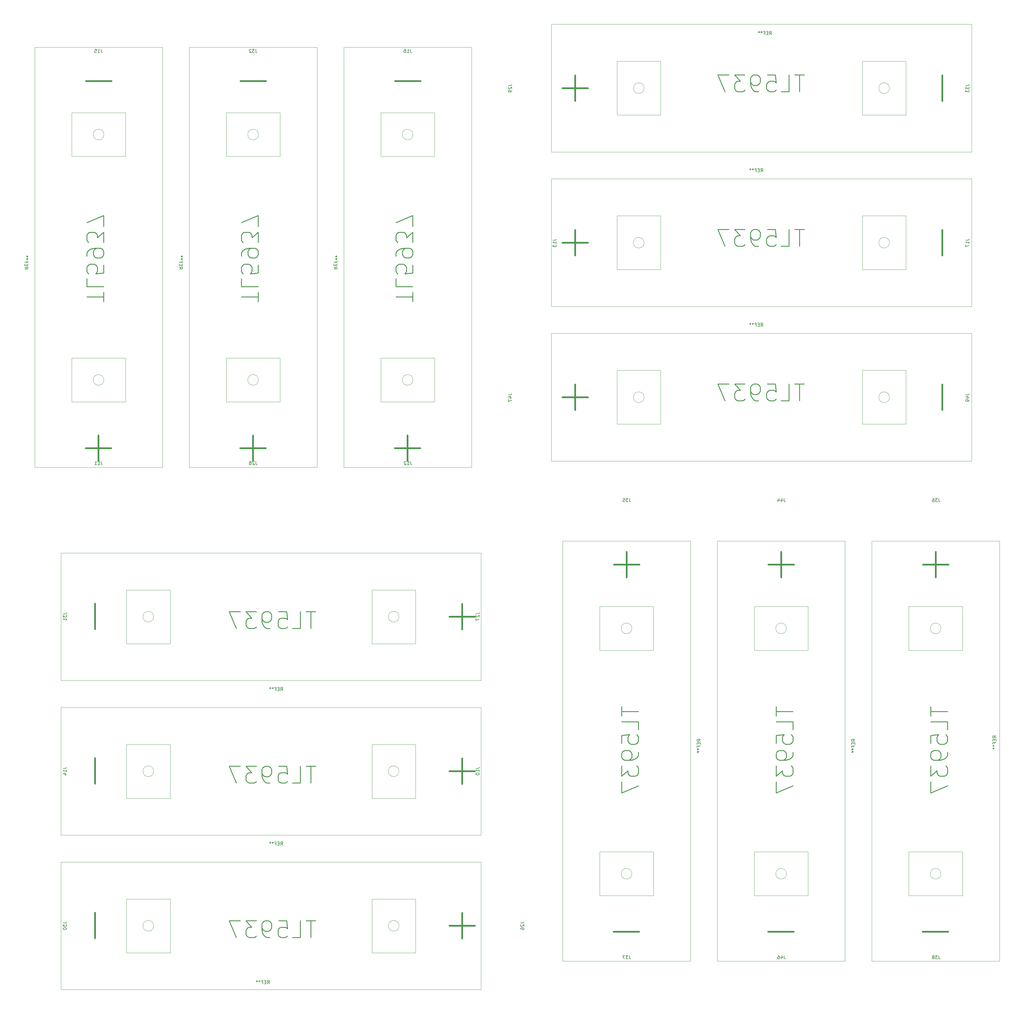
<source format=gbr>
G04 #@! TF.GenerationSoftware,KiCad,Pcbnew,5.1.4-e60b266~84~ubuntu18.04.1*
G04 #@! TF.CreationDate,2019-11-17T22:51:33-05:00*
G04 #@! TF.ProjectId,data_pod_battery_board,64617461-5f70-46f6-945f-626174746572,1*
G04 #@! TF.SameCoordinates,Original*
G04 #@! TF.FileFunction,Legend,Bot*
G04 #@! TF.FilePolarity,Positive*
%FSLAX46Y46*%
G04 Gerber Fmt 4.6, Leading zero omitted, Abs format (unit mm)*
G04 Created by KiCad (PCBNEW 5.1.4-e60b266~84~ubuntu18.04.1) date 2019-11-17 22:51:33*
%MOMM*%
%LPD*%
G04 APERTURE LIST*
%ADD10C,0.120000*%
%ADD11C,0.150000*%
%ADD12C,0.250000*%
%ADD13C,0.500000*%
G04 APERTURE END LIST*
D10*
X296069652Y-303269848D02*
X296069652Y-316269848D01*
X296069652Y-316269848D02*
X280069652Y-316269848D01*
X280069652Y-303269848D02*
X280069652Y-316269848D01*
X296069652Y-303269848D02*
X280069652Y-303269848D01*
X307069652Y-210769848D02*
X269069652Y-210769848D01*
X269069652Y-210769848D02*
X269069652Y-335769848D01*
X269069652Y-335769848D02*
X307069652Y-335769848D01*
X307069652Y-210769848D02*
X307069652Y-335769848D01*
X289657152Y-236769848D02*
G75*
G03X289657152Y-236769848I-1587500J0D01*
G01*
X289657152Y-309769848D02*
G75*
G03X289657152Y-309769848I-1587500J0D01*
G01*
X296069652Y-230269848D02*
X280069652Y-230269848D01*
X280069652Y-230269848D02*
X280069652Y-243269848D01*
X296069652Y-243269848D02*
X280069652Y-243269848D01*
X296069652Y-230269848D02*
X296069652Y-243269848D01*
X342043652Y-303269848D02*
X342043652Y-316269848D01*
X342043652Y-316269848D02*
X326043652Y-316269848D01*
X326043652Y-303269848D02*
X326043652Y-316269848D01*
X342043652Y-303269848D02*
X326043652Y-303269848D01*
X353043652Y-210769848D02*
X315043652Y-210769848D01*
X315043652Y-210769848D02*
X315043652Y-335769848D01*
X315043652Y-335769848D02*
X353043652Y-335769848D01*
X353043652Y-210769848D02*
X353043652Y-335769848D01*
X335631152Y-236769848D02*
G75*
G03X335631152Y-236769848I-1587500J0D01*
G01*
X335631152Y-309769848D02*
G75*
G03X335631152Y-309769848I-1587500J0D01*
G01*
X342043652Y-230269848D02*
X326043652Y-230269848D01*
X326043652Y-230269848D02*
X326043652Y-243269848D01*
X342043652Y-243269848D02*
X326043652Y-243269848D01*
X342043652Y-230269848D02*
X342043652Y-243269848D01*
X388017652Y-230269848D02*
X388017652Y-243269848D01*
X388017652Y-243269848D02*
X372017652Y-243269848D01*
X372017652Y-230269848D02*
X372017652Y-243269848D01*
X388017652Y-230269848D02*
X372017652Y-230269848D01*
X381605152Y-309769848D02*
G75*
G03X381605152Y-309769848I-1587500J0D01*
G01*
X381605152Y-236769848D02*
G75*
G03X381605152Y-236769848I-1587500J0D01*
G01*
X399017652Y-210769848D02*
X399017652Y-335769848D01*
X361017652Y-335769848D02*
X399017652Y-335769848D01*
X361017652Y-210769848D02*
X361017652Y-335769848D01*
X399017652Y-210769848D02*
X361017652Y-210769848D01*
X388017652Y-303269848D02*
X372017652Y-303269848D01*
X372017652Y-303269848D02*
X372017652Y-316269848D01*
X388017652Y-316269848D02*
X372017652Y-316269848D01*
X388017652Y-303269848D02*
X388017652Y-316269848D01*
X152295652Y-241299848D02*
X139295652Y-241299848D01*
X139295652Y-241299848D02*
X139295652Y-225299848D01*
X152295652Y-225299848D02*
X139295652Y-225299848D01*
X152295652Y-241299848D02*
X152295652Y-225299848D01*
X244795652Y-252299848D02*
X244795652Y-214299848D01*
X244795652Y-214299848D02*
X119795652Y-214299848D01*
X119795652Y-214299848D02*
X119795652Y-252299848D01*
X244795652Y-252299848D02*
X119795652Y-252299848D01*
X220383152Y-233299848D02*
G75*
G03X220383152Y-233299848I-1587500J0D01*
G01*
X147383152Y-233299848D02*
G75*
G03X147383152Y-233299848I-1587500J0D01*
G01*
X225295652Y-241299848D02*
X225295652Y-225299848D01*
X225295652Y-225299848D02*
X212295652Y-225299848D01*
X212295652Y-241299848D02*
X212295652Y-225299848D01*
X225295652Y-241299848D02*
X212295652Y-241299848D01*
X152295652Y-287273848D02*
X139295652Y-287273848D01*
X139295652Y-287273848D02*
X139295652Y-271273848D01*
X152295652Y-271273848D02*
X139295652Y-271273848D01*
X152295652Y-287273848D02*
X152295652Y-271273848D01*
X244795652Y-298273848D02*
X244795652Y-260273848D01*
X244795652Y-260273848D02*
X119795652Y-260273848D01*
X119795652Y-260273848D02*
X119795652Y-298273848D01*
X244795652Y-298273848D02*
X119795652Y-298273848D01*
X220383152Y-279273848D02*
G75*
G03X220383152Y-279273848I-1587500J0D01*
G01*
X147383152Y-279273848D02*
G75*
G03X147383152Y-279273848I-1587500J0D01*
G01*
X225295652Y-287273848D02*
X225295652Y-271273848D01*
X225295652Y-271273848D02*
X212295652Y-271273848D01*
X212295652Y-287273848D02*
X212295652Y-271273848D01*
X225295652Y-287273848D02*
X212295652Y-287273848D01*
X225295652Y-333247848D02*
X212295652Y-333247848D01*
X212295652Y-333247848D02*
X212295652Y-317247848D01*
X225295652Y-317247848D02*
X212295652Y-317247848D01*
X225295652Y-333247848D02*
X225295652Y-317247848D01*
X147383152Y-325247848D02*
G75*
G03X147383152Y-325247848I-1587500J0D01*
G01*
X220383152Y-325247848D02*
G75*
G03X220383152Y-325247848I-1587500J0D01*
G01*
X244795652Y-344247848D02*
X119795652Y-344247848D01*
X119795652Y-306247848D02*
X119795652Y-344247848D01*
X244795652Y-306247848D02*
X119795652Y-306247848D01*
X244795652Y-344247848D02*
X244795652Y-306247848D01*
X152295652Y-333247848D02*
X152295652Y-317247848D01*
X152295652Y-317247848D02*
X139295652Y-317247848D01*
X139295652Y-333247848D02*
X139295652Y-317247848D01*
X152295652Y-333247848D02*
X139295652Y-333247848D01*
X358195652Y-159995848D02*
X371195652Y-159995848D01*
X371195652Y-159995848D02*
X371195652Y-175995848D01*
X358195652Y-175995848D02*
X371195652Y-175995848D01*
X358195652Y-159995848D02*
X358195652Y-175995848D01*
X265695652Y-148995848D02*
X265695652Y-186995848D01*
X265695652Y-186995848D02*
X390695652Y-186995848D01*
X390695652Y-186995848D02*
X390695652Y-148995848D01*
X265695652Y-148995848D02*
X390695652Y-148995848D01*
X293283152Y-167995848D02*
G75*
G03X293283152Y-167995848I-1587500J0D01*
G01*
X366283152Y-167995848D02*
G75*
G03X366283152Y-167995848I-1587500J0D01*
G01*
X285195652Y-159995848D02*
X285195652Y-175995848D01*
X285195652Y-175995848D02*
X298195652Y-175995848D01*
X298195652Y-159995848D02*
X298195652Y-175995848D01*
X285195652Y-159995848D02*
X298195652Y-159995848D01*
X358195652Y-114021848D02*
X371195652Y-114021848D01*
X371195652Y-114021848D02*
X371195652Y-130021848D01*
X358195652Y-130021848D02*
X371195652Y-130021848D01*
X358195652Y-114021848D02*
X358195652Y-130021848D01*
X265695652Y-103021848D02*
X265695652Y-141021848D01*
X265695652Y-141021848D02*
X390695652Y-141021848D01*
X390695652Y-141021848D02*
X390695652Y-103021848D01*
X265695652Y-103021848D02*
X390695652Y-103021848D01*
X293283152Y-122021848D02*
G75*
G03X293283152Y-122021848I-1587500J0D01*
G01*
X366283152Y-122021848D02*
G75*
G03X366283152Y-122021848I-1587500J0D01*
G01*
X285195652Y-114021848D02*
X285195652Y-130021848D01*
X285195652Y-130021848D02*
X298195652Y-130021848D01*
X298195652Y-114021848D02*
X298195652Y-130021848D01*
X285195652Y-114021848D02*
X298195652Y-114021848D01*
X285195652Y-68047848D02*
X298195652Y-68047848D01*
X298195652Y-68047848D02*
X298195652Y-84047848D01*
X285195652Y-84047848D02*
X298195652Y-84047848D01*
X285195652Y-68047848D02*
X285195652Y-84047848D01*
X366283152Y-76047848D02*
G75*
G03X366283152Y-76047848I-1587500J0D01*
G01*
X293283152Y-76047848D02*
G75*
G03X293283152Y-76047848I-1587500J0D01*
G01*
X265695652Y-57047848D02*
X390695652Y-57047848D01*
X390695652Y-95047848D02*
X390695652Y-57047848D01*
X265695652Y-95047848D02*
X390695652Y-95047848D01*
X265695652Y-57047848D02*
X265695652Y-95047848D01*
X358195652Y-68047848D02*
X358195652Y-84047848D01*
X358195652Y-84047848D02*
X371195652Y-84047848D01*
X371195652Y-68047848D02*
X371195652Y-84047848D01*
X358195652Y-68047848D02*
X371195652Y-68047848D01*
X214943652Y-96347848D02*
X214943652Y-83347848D01*
X214943652Y-83347848D02*
X230943652Y-83347848D01*
X230943652Y-96347848D02*
X230943652Y-83347848D01*
X214943652Y-96347848D02*
X230943652Y-96347848D01*
X203943652Y-188847848D02*
X241943652Y-188847848D01*
X241943652Y-188847848D02*
X241943652Y-63847848D01*
X241943652Y-63847848D02*
X203943652Y-63847848D01*
X203943652Y-188847848D02*
X203943652Y-63847848D01*
X224531152Y-162847848D02*
G75*
G03X224531152Y-162847848I-1587500J0D01*
G01*
X224531152Y-89847848D02*
G75*
G03X224531152Y-89847848I-1587500J0D01*
G01*
X214943652Y-169347848D02*
X230943652Y-169347848D01*
X230943652Y-169347848D02*
X230943652Y-156347848D01*
X214943652Y-156347848D02*
X230943652Y-156347848D01*
X214943652Y-169347848D02*
X214943652Y-156347848D01*
X168969652Y-96347848D02*
X168969652Y-83347848D01*
X168969652Y-83347848D02*
X184969652Y-83347848D01*
X184969652Y-96347848D02*
X184969652Y-83347848D01*
X168969652Y-96347848D02*
X184969652Y-96347848D01*
X157969652Y-188847848D02*
X195969652Y-188847848D01*
X195969652Y-188847848D02*
X195969652Y-63847848D01*
X195969652Y-63847848D02*
X157969652Y-63847848D01*
X157969652Y-188847848D02*
X157969652Y-63847848D01*
X178557152Y-162847848D02*
G75*
G03X178557152Y-162847848I-1587500J0D01*
G01*
X178557152Y-89847848D02*
G75*
G03X178557152Y-89847848I-1587500J0D01*
G01*
X168969652Y-169347848D02*
X184969652Y-169347848D01*
X184969652Y-169347848D02*
X184969652Y-156347848D01*
X168969652Y-156347848D02*
X184969652Y-156347848D01*
X168969652Y-169347848D02*
X168969652Y-156347848D01*
X122995652Y-169347848D02*
X122995652Y-156347848D01*
X122995652Y-156347848D02*
X138995652Y-156347848D01*
X138995652Y-169347848D02*
X138995652Y-156347848D01*
X122995652Y-169347848D02*
X138995652Y-169347848D01*
X132583152Y-89847848D02*
G75*
G03X132583152Y-89847848I-1587500J0D01*
G01*
X132583152Y-162847848D02*
G75*
G03X132583152Y-162847848I-1587500J0D01*
G01*
X111995652Y-188847848D02*
X111995652Y-63847848D01*
X149995652Y-63847848D02*
X111995652Y-63847848D01*
X149995652Y-188847848D02*
X149995652Y-63847848D01*
X111995652Y-188847848D02*
X149995652Y-188847848D01*
X122995652Y-96347848D02*
X138995652Y-96347848D01*
X138995652Y-96347848D02*
X138995652Y-83347848D01*
X122995652Y-83347848D02*
X138995652Y-83347848D01*
X122995652Y-96347848D02*
X122995652Y-83347848D01*
D11*
X388980532Y-167268324D02*
X389694818Y-167268324D01*
X389837675Y-167220705D01*
X389932913Y-167125467D01*
X389980532Y-166982609D01*
X389980532Y-166887371D01*
X389313866Y-168173086D02*
X389980532Y-168173086D01*
X388932913Y-167934990D02*
X389647199Y-167696895D01*
X389647199Y-168315943D01*
X389980532Y-168744514D02*
X389980532Y-168934990D01*
X389932913Y-169030228D01*
X389885294Y-169077848D01*
X389742437Y-169173086D01*
X389551961Y-169220705D01*
X389171009Y-169220705D01*
X389075771Y-169173086D01*
X389028152Y-169125467D01*
X388980532Y-169030228D01*
X388980532Y-168839752D01*
X389028152Y-168744514D01*
X389075771Y-168696895D01*
X389171009Y-168649276D01*
X389409104Y-168649276D01*
X389504342Y-168696895D01*
X389551961Y-168744514D01*
X389599580Y-168839752D01*
X389599580Y-169030228D01*
X389551961Y-169125467D01*
X389504342Y-169173086D01*
X389409104Y-169220705D01*
X252870532Y-167268324D02*
X253584818Y-167268324D01*
X253727675Y-167220705D01*
X253822913Y-167125467D01*
X253870532Y-166982609D01*
X253870532Y-166887371D01*
X253203866Y-168173086D02*
X253870532Y-168173086D01*
X252822913Y-167934990D02*
X253537199Y-167696895D01*
X253537199Y-168315943D01*
X252870532Y-168601657D02*
X252870532Y-169268324D01*
X253870532Y-168839752D01*
X334950175Y-334100228D02*
X334950175Y-334814514D01*
X334997794Y-334957371D01*
X335093032Y-335052609D01*
X335235890Y-335100228D01*
X335331128Y-335100228D01*
X334045413Y-334433562D02*
X334045413Y-335100228D01*
X334283509Y-334052609D02*
X334521604Y-334766895D01*
X333902556Y-334766895D01*
X333093032Y-334100228D02*
X333283509Y-334100228D01*
X333378747Y-334147848D01*
X333426366Y-334195467D01*
X333521604Y-334338324D01*
X333569223Y-334528800D01*
X333569223Y-334909752D01*
X333521604Y-335004990D01*
X333473985Y-335052609D01*
X333378747Y-335100228D01*
X333188271Y-335100228D01*
X333093032Y-335052609D01*
X333045413Y-335004990D01*
X332997794Y-334909752D01*
X332997794Y-334671657D01*
X333045413Y-334576419D01*
X333093032Y-334528800D01*
X333188271Y-334481181D01*
X333378747Y-334481181D01*
X333473985Y-334528800D01*
X333521604Y-334576419D01*
X333569223Y-334671657D01*
X334950175Y-198100228D02*
X334950175Y-198814514D01*
X334997794Y-198957371D01*
X335093032Y-199052609D01*
X335235890Y-199100228D01*
X335331128Y-199100228D01*
X334045413Y-198433562D02*
X334045413Y-199100228D01*
X334283509Y-198052609D02*
X334521604Y-198766895D01*
X333902556Y-198766895D01*
X333093032Y-198433562D02*
X333093032Y-199100228D01*
X333331128Y-198052609D02*
X333569223Y-198766895D01*
X332950175Y-198766895D01*
X380955175Y-334100228D02*
X380955175Y-334814514D01*
X381002794Y-334957371D01*
X381098032Y-335052609D01*
X381240890Y-335100228D01*
X381336128Y-335100228D01*
X380574223Y-334100228D02*
X379955175Y-334100228D01*
X380288509Y-334481181D01*
X380145652Y-334481181D01*
X380050413Y-334528800D01*
X380002794Y-334576419D01*
X379955175Y-334671657D01*
X379955175Y-334909752D01*
X380002794Y-335004990D01*
X380050413Y-335052609D01*
X380145652Y-335100228D01*
X380431366Y-335100228D01*
X380526604Y-335052609D01*
X380574223Y-335004990D01*
X379383747Y-334528800D02*
X379478985Y-334481181D01*
X379526604Y-334433562D01*
X379574223Y-334338324D01*
X379574223Y-334290705D01*
X379526604Y-334195467D01*
X379478985Y-334147848D01*
X379383747Y-334100228D01*
X379193271Y-334100228D01*
X379098032Y-334147848D01*
X379050413Y-334195467D01*
X379002794Y-334290705D01*
X379002794Y-334338324D01*
X379050413Y-334433562D01*
X379098032Y-334481181D01*
X379193271Y-334528800D01*
X379383747Y-334528800D01*
X379478985Y-334576419D01*
X379526604Y-334624038D01*
X379574223Y-334719276D01*
X379574223Y-334909752D01*
X379526604Y-335004990D01*
X379478985Y-335052609D01*
X379383747Y-335100228D01*
X379193271Y-335100228D01*
X379098032Y-335052609D01*
X379050413Y-335004990D01*
X379002794Y-334909752D01*
X379002794Y-334719276D01*
X379050413Y-334624038D01*
X379098032Y-334576419D01*
X379193271Y-334528800D01*
X288945175Y-334100228D02*
X288945175Y-334814514D01*
X288992794Y-334957371D01*
X289088032Y-335052609D01*
X289230890Y-335100228D01*
X289326128Y-335100228D01*
X288564223Y-334100228D02*
X287945175Y-334100228D01*
X288278509Y-334481181D01*
X288135652Y-334481181D01*
X288040413Y-334528800D01*
X287992794Y-334576419D01*
X287945175Y-334671657D01*
X287945175Y-334909752D01*
X287992794Y-335004990D01*
X288040413Y-335052609D01*
X288135652Y-335100228D01*
X288421366Y-335100228D01*
X288516604Y-335052609D01*
X288564223Y-335004990D01*
X287611842Y-334100228D02*
X286945175Y-334100228D01*
X287373747Y-335100228D01*
X380955175Y-198100228D02*
X380955175Y-198814514D01*
X381002794Y-198957371D01*
X381098032Y-199052609D01*
X381240890Y-199100228D01*
X381336128Y-199100228D01*
X380574223Y-198100228D02*
X379955175Y-198100228D01*
X380288509Y-198481181D01*
X380145652Y-198481181D01*
X380050413Y-198528800D01*
X380002794Y-198576419D01*
X379955175Y-198671657D01*
X379955175Y-198909752D01*
X380002794Y-199004990D01*
X380050413Y-199052609D01*
X380145652Y-199100228D01*
X380431366Y-199100228D01*
X380526604Y-199052609D01*
X380574223Y-199004990D01*
X379098032Y-198100228D02*
X379288509Y-198100228D01*
X379383747Y-198147848D01*
X379431366Y-198195467D01*
X379526604Y-198338324D01*
X379574223Y-198528800D01*
X379574223Y-198909752D01*
X379526604Y-199004990D01*
X379478985Y-199052609D01*
X379383747Y-199100228D01*
X379193271Y-199100228D01*
X379098032Y-199052609D01*
X379050413Y-199004990D01*
X379002794Y-198909752D01*
X379002794Y-198671657D01*
X379050413Y-198576419D01*
X379098032Y-198528800D01*
X379193271Y-198481181D01*
X379383747Y-198481181D01*
X379478985Y-198528800D01*
X379526604Y-198576419D01*
X379574223Y-198671657D01*
X288945175Y-198100228D02*
X288945175Y-198814514D01*
X288992794Y-198957371D01*
X289088032Y-199052609D01*
X289230890Y-199100228D01*
X289326128Y-199100228D01*
X288564223Y-198100228D02*
X287945175Y-198100228D01*
X288278509Y-198481181D01*
X288135652Y-198481181D01*
X288040413Y-198528800D01*
X287992794Y-198576419D01*
X287945175Y-198671657D01*
X287945175Y-198909752D01*
X287992794Y-199004990D01*
X288040413Y-199052609D01*
X288135652Y-199100228D01*
X288421366Y-199100228D01*
X288516604Y-199052609D01*
X288564223Y-199004990D01*
X287040413Y-198100228D02*
X287516604Y-198100228D01*
X287564223Y-198576419D01*
X287516604Y-198528800D01*
X287421366Y-198481181D01*
X287183271Y-198481181D01*
X287088032Y-198528800D01*
X287040413Y-198576419D01*
X286992794Y-198671657D01*
X286992794Y-198909752D01*
X287040413Y-199004990D01*
X287088032Y-199052609D01*
X287183271Y-199100228D01*
X287421366Y-199100228D01*
X287516604Y-199052609D01*
X287564223Y-199004990D01*
X310062032Y-270396514D02*
X309585842Y-270063181D01*
X310062032Y-269825086D02*
X309062032Y-269825086D01*
X309062032Y-270206038D01*
X309109652Y-270301276D01*
X309157271Y-270348895D01*
X309252509Y-270396514D01*
X309395366Y-270396514D01*
X309490604Y-270348895D01*
X309538223Y-270301276D01*
X309585842Y-270206038D01*
X309585842Y-269825086D01*
X309538223Y-270825086D02*
X309538223Y-271158419D01*
X310062032Y-271301276D02*
X310062032Y-270825086D01*
X309062032Y-270825086D01*
X309062032Y-271301276D01*
X309538223Y-272063181D02*
X309538223Y-271729848D01*
X310062032Y-271729848D02*
X309062032Y-271729848D01*
X309062032Y-272206038D01*
X309062032Y-272729848D02*
X309300128Y-272729848D01*
X309204890Y-272491752D02*
X309300128Y-272729848D01*
X309204890Y-272967943D01*
X309490604Y-272586990D02*
X309300128Y-272729848D01*
X309490604Y-272872705D01*
X309062032Y-273491752D02*
X309300128Y-273491752D01*
X309204890Y-273253657D02*
X309300128Y-273491752D01*
X309204890Y-273729848D01*
X309490604Y-273348895D02*
X309300128Y-273491752D01*
X309490604Y-273634609D01*
D12*
X286551556Y-260023657D02*
X286551556Y-262880800D01*
X291551556Y-261452228D02*
X286551556Y-261452228D01*
X291551556Y-266928419D02*
X291551556Y-264547467D01*
X286551556Y-264547467D01*
X286551556Y-270976038D02*
X286551556Y-268595086D01*
X288932509Y-268356990D01*
X288694413Y-268595086D01*
X288456318Y-269071276D01*
X288456318Y-270261752D01*
X288694413Y-270737943D01*
X288932509Y-270976038D01*
X289408699Y-271214133D01*
X290599175Y-271214133D01*
X291075366Y-270976038D01*
X291313461Y-270737943D01*
X291551556Y-270261752D01*
X291551556Y-269071276D01*
X291313461Y-268595086D01*
X291075366Y-268356990D01*
X291551556Y-273595086D02*
X291551556Y-274547467D01*
X291313461Y-275023657D01*
X291075366Y-275261752D01*
X290361080Y-275737943D01*
X289408699Y-275976038D01*
X287503937Y-275976038D01*
X287027747Y-275737943D01*
X286789652Y-275499848D01*
X286551556Y-275023657D01*
X286551556Y-274071276D01*
X286789652Y-273595086D01*
X287027747Y-273356990D01*
X287503937Y-273118895D01*
X288694413Y-273118895D01*
X289170604Y-273356990D01*
X289408699Y-273595086D01*
X289646794Y-274071276D01*
X289646794Y-275023657D01*
X289408699Y-275499848D01*
X289170604Y-275737943D01*
X288694413Y-275976038D01*
X286551556Y-277642705D02*
X286551556Y-280737943D01*
X288456318Y-279071276D01*
X288456318Y-279785562D01*
X288694413Y-280261752D01*
X288932509Y-280499848D01*
X289408699Y-280737943D01*
X290599175Y-280737943D01*
X291075366Y-280499848D01*
X291313461Y-280261752D01*
X291551556Y-279785562D01*
X291551556Y-278356990D01*
X291313461Y-277880800D01*
X291075366Y-277642705D01*
X286551556Y-282404609D02*
X286551556Y-285737943D01*
X291551556Y-283595086D01*
D13*
X291829175Y-327054133D02*
X284210128Y-327054133D01*
X291879175Y-217834133D02*
X284260128Y-217834133D01*
X288069652Y-221643657D02*
X288069652Y-214024609D01*
D11*
X356036032Y-270396514D02*
X355559842Y-270063181D01*
X356036032Y-269825086D02*
X355036032Y-269825086D01*
X355036032Y-270206038D01*
X355083652Y-270301276D01*
X355131271Y-270348895D01*
X355226509Y-270396514D01*
X355369366Y-270396514D01*
X355464604Y-270348895D01*
X355512223Y-270301276D01*
X355559842Y-270206038D01*
X355559842Y-269825086D01*
X355512223Y-270825086D02*
X355512223Y-271158419D01*
X356036032Y-271301276D02*
X356036032Y-270825086D01*
X355036032Y-270825086D01*
X355036032Y-271301276D01*
X355512223Y-272063181D02*
X355512223Y-271729848D01*
X356036032Y-271729848D02*
X355036032Y-271729848D01*
X355036032Y-272206038D01*
X355036032Y-272729848D02*
X355274128Y-272729848D01*
X355178890Y-272491752D02*
X355274128Y-272729848D01*
X355178890Y-272967943D01*
X355464604Y-272586990D02*
X355274128Y-272729848D01*
X355464604Y-272872705D01*
X355036032Y-273491752D02*
X355274128Y-273491752D01*
X355178890Y-273253657D02*
X355274128Y-273491752D01*
X355178890Y-273729848D01*
X355464604Y-273348895D02*
X355274128Y-273491752D01*
X355464604Y-273634609D01*
D12*
X332525556Y-260023657D02*
X332525556Y-262880800D01*
X337525556Y-261452228D02*
X332525556Y-261452228D01*
X337525556Y-266928419D02*
X337525556Y-264547467D01*
X332525556Y-264547467D01*
X332525556Y-270976038D02*
X332525556Y-268595086D01*
X334906509Y-268356990D01*
X334668413Y-268595086D01*
X334430318Y-269071276D01*
X334430318Y-270261752D01*
X334668413Y-270737943D01*
X334906509Y-270976038D01*
X335382699Y-271214133D01*
X336573175Y-271214133D01*
X337049366Y-270976038D01*
X337287461Y-270737943D01*
X337525556Y-270261752D01*
X337525556Y-269071276D01*
X337287461Y-268595086D01*
X337049366Y-268356990D01*
X337525556Y-273595086D02*
X337525556Y-274547467D01*
X337287461Y-275023657D01*
X337049366Y-275261752D01*
X336335080Y-275737943D01*
X335382699Y-275976038D01*
X333477937Y-275976038D01*
X333001747Y-275737943D01*
X332763652Y-275499848D01*
X332525556Y-275023657D01*
X332525556Y-274071276D01*
X332763652Y-273595086D01*
X333001747Y-273356990D01*
X333477937Y-273118895D01*
X334668413Y-273118895D01*
X335144604Y-273356990D01*
X335382699Y-273595086D01*
X335620794Y-274071276D01*
X335620794Y-275023657D01*
X335382699Y-275499848D01*
X335144604Y-275737943D01*
X334668413Y-275976038D01*
X332525556Y-277642705D02*
X332525556Y-280737943D01*
X334430318Y-279071276D01*
X334430318Y-279785562D01*
X334668413Y-280261752D01*
X334906509Y-280499848D01*
X335382699Y-280737943D01*
X336573175Y-280737943D01*
X337049366Y-280499848D01*
X337287461Y-280261752D01*
X337525556Y-279785562D01*
X337525556Y-278356990D01*
X337287461Y-277880800D01*
X337049366Y-277642705D01*
X332525556Y-282404609D02*
X332525556Y-285737943D01*
X337525556Y-283595086D01*
D13*
X337803175Y-327054133D02*
X330184128Y-327054133D01*
X337853175Y-217834133D02*
X330234128Y-217834133D01*
X334043652Y-221643657D02*
X334043652Y-214024609D01*
D11*
X397986478Y-269355838D02*
X397510288Y-269022505D01*
X397986478Y-268784410D02*
X396986478Y-268784410D01*
X396986478Y-269165362D01*
X397034098Y-269260600D01*
X397081717Y-269308219D01*
X397176955Y-269355838D01*
X397319812Y-269355838D01*
X397415050Y-269308219D01*
X397462669Y-269260600D01*
X397510288Y-269165362D01*
X397510288Y-268784410D01*
X397462669Y-269784410D02*
X397462669Y-270117743D01*
X397986478Y-270260600D02*
X397986478Y-269784410D01*
X396986478Y-269784410D01*
X396986478Y-270260600D01*
X397462669Y-271022505D02*
X397462669Y-270689172D01*
X397986478Y-270689172D02*
X396986478Y-270689172D01*
X396986478Y-271165362D01*
X396986478Y-271689172D02*
X397224574Y-271689172D01*
X397129336Y-271451076D02*
X397224574Y-271689172D01*
X397129336Y-271927267D01*
X397415050Y-271546314D02*
X397224574Y-271689172D01*
X397415050Y-271832029D01*
X396986478Y-272451076D02*
X397224574Y-272451076D01*
X397129336Y-272212981D02*
X397224574Y-272451076D01*
X397129336Y-272689172D01*
X397415050Y-272308219D02*
X397224574Y-272451076D01*
X397415050Y-272593933D01*
D12*
X378499556Y-260023657D02*
X378499556Y-262880800D01*
X383499556Y-261452228D02*
X378499556Y-261452228D01*
X383499556Y-266928419D02*
X383499556Y-264547467D01*
X378499556Y-264547467D01*
X378499556Y-270976038D02*
X378499556Y-268595086D01*
X380880509Y-268356990D01*
X380642413Y-268595086D01*
X380404318Y-269071276D01*
X380404318Y-270261752D01*
X380642413Y-270737943D01*
X380880509Y-270976038D01*
X381356699Y-271214133D01*
X382547175Y-271214133D01*
X383023366Y-270976038D01*
X383261461Y-270737943D01*
X383499556Y-270261752D01*
X383499556Y-269071276D01*
X383261461Y-268595086D01*
X383023366Y-268356990D01*
X383499556Y-273595086D02*
X383499556Y-274547467D01*
X383261461Y-275023657D01*
X383023366Y-275261752D01*
X382309080Y-275737943D01*
X381356699Y-275976038D01*
X379451937Y-275976038D01*
X378975747Y-275737943D01*
X378737652Y-275499848D01*
X378499556Y-275023657D01*
X378499556Y-274071276D01*
X378737652Y-273595086D01*
X378975747Y-273356990D01*
X379451937Y-273118895D01*
X380642413Y-273118895D01*
X381118604Y-273356990D01*
X381356699Y-273595086D01*
X381594794Y-274071276D01*
X381594794Y-275023657D01*
X381356699Y-275499848D01*
X381118604Y-275737943D01*
X380642413Y-275976038D01*
X378499556Y-277642705D02*
X378499556Y-280737943D01*
X380404318Y-279071276D01*
X380404318Y-279785562D01*
X380642413Y-280261752D01*
X380880509Y-280499848D01*
X381356699Y-280737943D01*
X382547175Y-280737943D01*
X383023366Y-280499848D01*
X383261461Y-280261752D01*
X383499556Y-279785562D01*
X383499556Y-278356990D01*
X383261461Y-277880800D01*
X383023366Y-277642705D01*
X378499556Y-282404609D02*
X378499556Y-285737943D01*
X383499556Y-283595086D01*
D13*
X383827175Y-217834133D02*
X376208128Y-217834133D01*
X380017652Y-221643657D02*
X380017652Y-214024609D01*
X383777175Y-327054133D02*
X376158128Y-327054133D01*
D11*
X185168985Y-255292228D02*
X185502318Y-254816038D01*
X185740413Y-255292228D02*
X185740413Y-254292228D01*
X185359461Y-254292228D01*
X185264223Y-254339848D01*
X185216604Y-254387467D01*
X185168985Y-254482705D01*
X185168985Y-254625562D01*
X185216604Y-254720800D01*
X185264223Y-254768419D01*
X185359461Y-254816038D01*
X185740413Y-254816038D01*
X184740413Y-254768419D02*
X184407080Y-254768419D01*
X184264223Y-255292228D02*
X184740413Y-255292228D01*
X184740413Y-254292228D01*
X184264223Y-254292228D01*
X183502318Y-254768419D02*
X183835652Y-254768419D01*
X183835652Y-255292228D02*
X183835652Y-254292228D01*
X183359461Y-254292228D01*
X182835652Y-254292228D02*
X182835652Y-254530324D01*
X183073747Y-254435086D02*
X182835652Y-254530324D01*
X182597556Y-254435086D01*
X182978509Y-254720800D02*
X182835652Y-254530324D01*
X182692794Y-254720800D01*
X182073747Y-254292228D02*
X182073747Y-254530324D01*
X182311842Y-254435086D02*
X182073747Y-254530324D01*
X181835652Y-254435086D01*
X182216604Y-254720800D02*
X182073747Y-254530324D01*
X181930890Y-254720800D01*
D12*
X195541842Y-231781752D02*
X192684699Y-231781752D01*
X194113271Y-236781752D02*
X194113271Y-231781752D01*
X188637080Y-236781752D02*
X191018032Y-236781752D01*
X191018032Y-231781752D01*
X184589461Y-231781752D02*
X186970413Y-231781752D01*
X187208509Y-234162705D01*
X186970413Y-233924609D01*
X186494223Y-233686514D01*
X185303747Y-233686514D01*
X184827556Y-233924609D01*
X184589461Y-234162705D01*
X184351366Y-234638895D01*
X184351366Y-235829371D01*
X184589461Y-236305562D01*
X184827556Y-236543657D01*
X185303747Y-236781752D01*
X186494223Y-236781752D01*
X186970413Y-236543657D01*
X187208509Y-236305562D01*
X181970413Y-236781752D02*
X181018032Y-236781752D01*
X180541842Y-236543657D01*
X180303747Y-236305562D01*
X179827556Y-235591276D01*
X179589461Y-234638895D01*
X179589461Y-232734133D01*
X179827556Y-232257943D01*
X180065652Y-232019848D01*
X180541842Y-231781752D01*
X181494223Y-231781752D01*
X181970413Y-232019848D01*
X182208509Y-232257943D01*
X182446604Y-232734133D01*
X182446604Y-233924609D01*
X182208509Y-234400800D01*
X181970413Y-234638895D01*
X181494223Y-234876990D01*
X180541842Y-234876990D01*
X180065652Y-234638895D01*
X179827556Y-234400800D01*
X179589461Y-233924609D01*
X177922794Y-231781752D02*
X174827556Y-231781752D01*
X176494223Y-233686514D01*
X175779937Y-233686514D01*
X175303747Y-233924609D01*
X175065652Y-234162705D01*
X174827556Y-234638895D01*
X174827556Y-235829371D01*
X175065652Y-236305562D01*
X175303747Y-236543657D01*
X175779937Y-236781752D01*
X177208509Y-236781752D01*
X177684699Y-236543657D01*
X177922794Y-236305562D01*
X173160890Y-231781752D02*
X169827556Y-231781752D01*
X171970413Y-236781752D01*
D13*
X129939937Y-229440324D02*
X129939937Y-237059371D01*
X239159937Y-229490324D02*
X239159937Y-237109371D01*
X242969461Y-233299848D02*
X235350413Y-233299848D01*
D11*
X185168985Y-301266228D02*
X185502318Y-300790038D01*
X185740413Y-301266228D02*
X185740413Y-300266228D01*
X185359461Y-300266228D01*
X185264223Y-300313848D01*
X185216604Y-300361467D01*
X185168985Y-300456705D01*
X185168985Y-300599562D01*
X185216604Y-300694800D01*
X185264223Y-300742419D01*
X185359461Y-300790038D01*
X185740413Y-300790038D01*
X184740413Y-300742419D02*
X184407080Y-300742419D01*
X184264223Y-301266228D02*
X184740413Y-301266228D01*
X184740413Y-300266228D01*
X184264223Y-300266228D01*
X183502318Y-300742419D02*
X183835652Y-300742419D01*
X183835652Y-301266228D02*
X183835652Y-300266228D01*
X183359461Y-300266228D01*
X182835652Y-300266228D02*
X182835652Y-300504324D01*
X183073747Y-300409086D02*
X182835652Y-300504324D01*
X182597556Y-300409086D01*
X182978509Y-300694800D02*
X182835652Y-300504324D01*
X182692794Y-300694800D01*
X182073747Y-300266228D02*
X182073747Y-300504324D01*
X182311842Y-300409086D02*
X182073747Y-300504324D01*
X181835652Y-300409086D01*
X182216604Y-300694800D02*
X182073747Y-300504324D01*
X181930890Y-300694800D01*
D12*
X195541842Y-277755752D02*
X192684699Y-277755752D01*
X194113271Y-282755752D02*
X194113271Y-277755752D01*
X188637080Y-282755752D02*
X191018032Y-282755752D01*
X191018032Y-277755752D01*
X184589461Y-277755752D02*
X186970413Y-277755752D01*
X187208509Y-280136705D01*
X186970413Y-279898609D01*
X186494223Y-279660514D01*
X185303747Y-279660514D01*
X184827556Y-279898609D01*
X184589461Y-280136705D01*
X184351366Y-280612895D01*
X184351366Y-281803371D01*
X184589461Y-282279562D01*
X184827556Y-282517657D01*
X185303747Y-282755752D01*
X186494223Y-282755752D01*
X186970413Y-282517657D01*
X187208509Y-282279562D01*
X181970413Y-282755752D02*
X181018032Y-282755752D01*
X180541842Y-282517657D01*
X180303747Y-282279562D01*
X179827556Y-281565276D01*
X179589461Y-280612895D01*
X179589461Y-278708133D01*
X179827556Y-278231943D01*
X180065652Y-277993848D01*
X180541842Y-277755752D01*
X181494223Y-277755752D01*
X181970413Y-277993848D01*
X182208509Y-278231943D01*
X182446604Y-278708133D01*
X182446604Y-279898609D01*
X182208509Y-280374800D01*
X181970413Y-280612895D01*
X181494223Y-280850990D01*
X180541842Y-280850990D01*
X180065652Y-280612895D01*
X179827556Y-280374800D01*
X179589461Y-279898609D01*
X177922794Y-277755752D02*
X174827556Y-277755752D01*
X176494223Y-279660514D01*
X175779937Y-279660514D01*
X175303747Y-279898609D01*
X175065652Y-280136705D01*
X174827556Y-280612895D01*
X174827556Y-281803371D01*
X175065652Y-282279562D01*
X175303747Y-282517657D01*
X175779937Y-282755752D01*
X177208509Y-282755752D01*
X177684699Y-282517657D01*
X177922794Y-282279562D01*
X173160890Y-277755752D02*
X169827556Y-277755752D01*
X171970413Y-282755752D01*
D13*
X129939937Y-275414324D02*
X129939937Y-283033371D01*
X239159937Y-275464324D02*
X239159937Y-283083371D01*
X242969461Y-279273848D02*
X235350413Y-279273848D01*
D11*
X181176139Y-342488698D02*
X181509472Y-342012508D01*
X181747567Y-342488698D02*
X181747567Y-341488698D01*
X181366615Y-341488698D01*
X181271377Y-341536318D01*
X181223758Y-341583937D01*
X181176139Y-341679175D01*
X181176139Y-341822032D01*
X181223758Y-341917270D01*
X181271377Y-341964889D01*
X181366615Y-342012508D01*
X181747567Y-342012508D01*
X180747567Y-341964889D02*
X180414234Y-341964889D01*
X180271377Y-342488698D02*
X180747567Y-342488698D01*
X180747567Y-341488698D01*
X180271377Y-341488698D01*
X179509472Y-341964889D02*
X179842806Y-341964889D01*
X179842806Y-342488698D02*
X179842806Y-341488698D01*
X179366615Y-341488698D01*
X178842806Y-341488698D02*
X178842806Y-341726794D01*
X179080901Y-341631556D02*
X178842806Y-341726794D01*
X178604710Y-341631556D01*
X178985663Y-341917270D02*
X178842806Y-341726794D01*
X178699948Y-341917270D01*
X178080901Y-341488698D02*
X178080901Y-341726794D01*
X178318996Y-341631556D02*
X178080901Y-341726794D01*
X177842806Y-341631556D01*
X178223758Y-341917270D02*
X178080901Y-341726794D01*
X177938044Y-341917270D01*
D12*
X195541842Y-323729752D02*
X192684699Y-323729752D01*
X194113271Y-328729752D02*
X194113271Y-323729752D01*
X188637080Y-328729752D02*
X191018032Y-328729752D01*
X191018032Y-323729752D01*
X184589461Y-323729752D02*
X186970413Y-323729752D01*
X187208509Y-326110705D01*
X186970413Y-325872609D01*
X186494223Y-325634514D01*
X185303747Y-325634514D01*
X184827556Y-325872609D01*
X184589461Y-326110705D01*
X184351366Y-326586895D01*
X184351366Y-327777371D01*
X184589461Y-328253562D01*
X184827556Y-328491657D01*
X185303747Y-328729752D01*
X186494223Y-328729752D01*
X186970413Y-328491657D01*
X187208509Y-328253562D01*
X181970413Y-328729752D02*
X181018032Y-328729752D01*
X180541842Y-328491657D01*
X180303747Y-328253562D01*
X179827556Y-327539276D01*
X179589461Y-326586895D01*
X179589461Y-324682133D01*
X179827556Y-324205943D01*
X180065652Y-323967848D01*
X180541842Y-323729752D01*
X181494223Y-323729752D01*
X181970413Y-323967848D01*
X182208509Y-324205943D01*
X182446604Y-324682133D01*
X182446604Y-325872609D01*
X182208509Y-326348800D01*
X181970413Y-326586895D01*
X181494223Y-326824990D01*
X180541842Y-326824990D01*
X180065652Y-326586895D01*
X179827556Y-326348800D01*
X179589461Y-325872609D01*
X177922794Y-323729752D02*
X174827556Y-323729752D01*
X176494223Y-325634514D01*
X175779937Y-325634514D01*
X175303747Y-325872609D01*
X175065652Y-326110705D01*
X174827556Y-326586895D01*
X174827556Y-327777371D01*
X175065652Y-328253562D01*
X175303747Y-328491657D01*
X175779937Y-328729752D01*
X177208509Y-328729752D01*
X177684699Y-328491657D01*
X177922794Y-328253562D01*
X173160890Y-323729752D02*
X169827556Y-323729752D01*
X171970413Y-328729752D01*
D13*
X239159937Y-321438324D02*
X239159937Y-329057371D01*
X242969461Y-325247848D02*
X235350413Y-325247848D01*
X129939937Y-321388324D02*
X129939937Y-329007371D01*
D11*
X327988985Y-146908228D02*
X328322318Y-146432038D01*
X328560413Y-146908228D02*
X328560413Y-145908228D01*
X328179461Y-145908228D01*
X328084223Y-145955848D01*
X328036604Y-146003467D01*
X327988985Y-146098705D01*
X327988985Y-146241562D01*
X328036604Y-146336800D01*
X328084223Y-146384419D01*
X328179461Y-146432038D01*
X328560413Y-146432038D01*
X327560413Y-146384419D02*
X327227080Y-146384419D01*
X327084223Y-146908228D02*
X327560413Y-146908228D01*
X327560413Y-145908228D01*
X327084223Y-145908228D01*
X326322318Y-146384419D02*
X326655652Y-146384419D01*
X326655652Y-146908228D02*
X326655652Y-145908228D01*
X326179461Y-145908228D01*
X325655652Y-145908228D02*
X325655652Y-146146324D01*
X325893747Y-146051086D02*
X325655652Y-146146324D01*
X325417556Y-146051086D01*
X325798509Y-146336800D02*
X325655652Y-146146324D01*
X325512794Y-146336800D01*
X324893747Y-145908228D02*
X324893747Y-146146324D01*
X325131842Y-146051086D02*
X324893747Y-146146324D01*
X324655652Y-146051086D01*
X325036604Y-146336800D02*
X324893747Y-146146324D01*
X324750890Y-146336800D01*
D12*
X340901842Y-164037752D02*
X338044699Y-164037752D01*
X339473271Y-169037752D02*
X339473271Y-164037752D01*
X333997080Y-169037752D02*
X336378032Y-169037752D01*
X336378032Y-164037752D01*
X329949461Y-164037752D02*
X332330413Y-164037752D01*
X332568509Y-166418705D01*
X332330413Y-166180609D01*
X331854223Y-165942514D01*
X330663747Y-165942514D01*
X330187556Y-166180609D01*
X329949461Y-166418705D01*
X329711366Y-166894895D01*
X329711366Y-168085371D01*
X329949461Y-168561562D01*
X330187556Y-168799657D01*
X330663747Y-169037752D01*
X331854223Y-169037752D01*
X332330413Y-168799657D01*
X332568509Y-168561562D01*
X327330413Y-169037752D02*
X326378032Y-169037752D01*
X325901842Y-168799657D01*
X325663747Y-168561562D01*
X325187556Y-167847276D01*
X324949461Y-166894895D01*
X324949461Y-164990133D01*
X325187556Y-164513943D01*
X325425652Y-164275848D01*
X325901842Y-164037752D01*
X326854223Y-164037752D01*
X327330413Y-164275848D01*
X327568509Y-164513943D01*
X327806604Y-164990133D01*
X327806604Y-166180609D01*
X327568509Y-166656800D01*
X327330413Y-166894895D01*
X326854223Y-167132990D01*
X325901842Y-167132990D01*
X325425652Y-166894895D01*
X325187556Y-166656800D01*
X324949461Y-166180609D01*
X323282794Y-164037752D02*
X320187556Y-164037752D01*
X321854223Y-165942514D01*
X321139937Y-165942514D01*
X320663747Y-166180609D01*
X320425652Y-166418705D01*
X320187556Y-166894895D01*
X320187556Y-168085371D01*
X320425652Y-168561562D01*
X320663747Y-168799657D01*
X321139937Y-169037752D01*
X322568509Y-169037752D01*
X323044699Y-168799657D01*
X323282794Y-168561562D01*
X318520890Y-164037752D02*
X315187556Y-164037752D01*
X317330413Y-169037752D01*
D13*
X381979937Y-164236324D02*
X381979937Y-171855371D01*
X272759937Y-164186324D02*
X272759937Y-171805371D01*
X276569461Y-167995848D02*
X268950413Y-167995848D01*
D11*
X327988985Y-100934228D02*
X328322318Y-100458038D01*
X328560413Y-100934228D02*
X328560413Y-99934228D01*
X328179461Y-99934228D01*
X328084223Y-99981848D01*
X328036604Y-100029467D01*
X327988985Y-100124705D01*
X327988985Y-100267562D01*
X328036604Y-100362800D01*
X328084223Y-100410419D01*
X328179461Y-100458038D01*
X328560413Y-100458038D01*
X327560413Y-100410419D02*
X327227080Y-100410419D01*
X327084223Y-100934228D02*
X327560413Y-100934228D01*
X327560413Y-99934228D01*
X327084223Y-99934228D01*
X326322318Y-100410419D02*
X326655652Y-100410419D01*
X326655652Y-100934228D02*
X326655652Y-99934228D01*
X326179461Y-99934228D01*
X325655652Y-99934228D02*
X325655652Y-100172324D01*
X325893747Y-100077086D02*
X325655652Y-100172324D01*
X325417556Y-100077086D01*
X325798509Y-100362800D02*
X325655652Y-100172324D01*
X325512794Y-100362800D01*
X324893747Y-99934228D02*
X324893747Y-100172324D01*
X325131842Y-100077086D02*
X324893747Y-100172324D01*
X324655652Y-100077086D01*
X325036604Y-100362800D02*
X324893747Y-100172324D01*
X324750890Y-100362800D01*
D12*
X340901842Y-118063752D02*
X338044699Y-118063752D01*
X339473271Y-123063752D02*
X339473271Y-118063752D01*
X333997080Y-123063752D02*
X336378032Y-123063752D01*
X336378032Y-118063752D01*
X329949461Y-118063752D02*
X332330413Y-118063752D01*
X332568509Y-120444705D01*
X332330413Y-120206609D01*
X331854223Y-119968514D01*
X330663747Y-119968514D01*
X330187556Y-120206609D01*
X329949461Y-120444705D01*
X329711366Y-120920895D01*
X329711366Y-122111371D01*
X329949461Y-122587562D01*
X330187556Y-122825657D01*
X330663747Y-123063752D01*
X331854223Y-123063752D01*
X332330413Y-122825657D01*
X332568509Y-122587562D01*
X327330413Y-123063752D02*
X326378032Y-123063752D01*
X325901842Y-122825657D01*
X325663747Y-122587562D01*
X325187556Y-121873276D01*
X324949461Y-120920895D01*
X324949461Y-119016133D01*
X325187556Y-118539943D01*
X325425652Y-118301848D01*
X325901842Y-118063752D01*
X326854223Y-118063752D01*
X327330413Y-118301848D01*
X327568509Y-118539943D01*
X327806604Y-119016133D01*
X327806604Y-120206609D01*
X327568509Y-120682800D01*
X327330413Y-120920895D01*
X326854223Y-121158990D01*
X325901842Y-121158990D01*
X325425652Y-120920895D01*
X325187556Y-120682800D01*
X324949461Y-120206609D01*
X323282794Y-118063752D02*
X320187556Y-118063752D01*
X321854223Y-119968514D01*
X321139937Y-119968514D01*
X320663747Y-120206609D01*
X320425652Y-120444705D01*
X320187556Y-120920895D01*
X320187556Y-122111371D01*
X320425652Y-122587562D01*
X320663747Y-122825657D01*
X321139937Y-123063752D01*
X322568509Y-123063752D01*
X323044699Y-122825657D01*
X323282794Y-122587562D01*
X318520890Y-118063752D02*
X315187556Y-118063752D01*
X317330413Y-123063752D01*
D13*
X381979937Y-118262324D02*
X381979937Y-125881371D01*
X272759937Y-118212324D02*
X272759937Y-125831371D01*
X276569461Y-122021848D02*
X268950413Y-122021848D01*
D11*
X330570163Y-60149992D02*
X330903496Y-59673802D01*
X331141591Y-60149992D02*
X331141591Y-59149992D01*
X330760639Y-59149992D01*
X330665401Y-59197612D01*
X330617782Y-59245231D01*
X330570163Y-59340469D01*
X330570163Y-59483326D01*
X330617782Y-59578564D01*
X330665401Y-59626183D01*
X330760639Y-59673802D01*
X331141591Y-59673802D01*
X330141591Y-59626183D02*
X329808258Y-59626183D01*
X329665401Y-60149992D02*
X330141591Y-60149992D01*
X330141591Y-59149992D01*
X329665401Y-59149992D01*
X328903496Y-59626183D02*
X329236830Y-59626183D01*
X329236830Y-60149992D02*
X329236830Y-59149992D01*
X328760639Y-59149992D01*
X328236830Y-59149992D02*
X328236830Y-59388088D01*
X328474925Y-59292850D02*
X328236830Y-59388088D01*
X327998734Y-59292850D01*
X328379687Y-59578564D02*
X328236830Y-59388088D01*
X328093972Y-59578564D01*
X327474925Y-59149992D02*
X327474925Y-59388088D01*
X327713020Y-59292850D02*
X327474925Y-59388088D01*
X327236830Y-59292850D01*
X327617782Y-59578564D02*
X327474925Y-59388088D01*
X327332068Y-59578564D01*
D12*
X340901842Y-72089752D02*
X338044699Y-72089752D01*
X339473271Y-77089752D02*
X339473271Y-72089752D01*
X333997080Y-77089752D02*
X336378032Y-77089752D01*
X336378032Y-72089752D01*
X329949461Y-72089752D02*
X332330413Y-72089752D01*
X332568509Y-74470705D01*
X332330413Y-74232609D01*
X331854223Y-73994514D01*
X330663747Y-73994514D01*
X330187556Y-74232609D01*
X329949461Y-74470705D01*
X329711366Y-74946895D01*
X329711366Y-76137371D01*
X329949461Y-76613562D01*
X330187556Y-76851657D01*
X330663747Y-77089752D01*
X331854223Y-77089752D01*
X332330413Y-76851657D01*
X332568509Y-76613562D01*
X327330413Y-77089752D02*
X326378032Y-77089752D01*
X325901842Y-76851657D01*
X325663747Y-76613562D01*
X325187556Y-75899276D01*
X324949461Y-74946895D01*
X324949461Y-73042133D01*
X325187556Y-72565943D01*
X325425652Y-72327848D01*
X325901842Y-72089752D01*
X326854223Y-72089752D01*
X327330413Y-72327848D01*
X327568509Y-72565943D01*
X327806604Y-73042133D01*
X327806604Y-74232609D01*
X327568509Y-74708800D01*
X327330413Y-74946895D01*
X326854223Y-75184990D01*
X325901842Y-75184990D01*
X325425652Y-74946895D01*
X325187556Y-74708800D01*
X324949461Y-74232609D01*
X323282794Y-72089752D02*
X320187556Y-72089752D01*
X321854223Y-73994514D01*
X321139937Y-73994514D01*
X320663747Y-74232609D01*
X320425652Y-74470705D01*
X320187556Y-74946895D01*
X320187556Y-76137371D01*
X320425652Y-76613562D01*
X320663747Y-76851657D01*
X321139937Y-77089752D01*
X322568509Y-77089752D01*
X323044699Y-76851657D01*
X323282794Y-76613562D01*
X318520890Y-72089752D02*
X315187556Y-72089752D01*
X317330413Y-77089752D01*
D13*
X272759937Y-72238324D02*
X272759937Y-79857371D01*
X276569461Y-76047848D02*
X268950413Y-76047848D01*
X381979937Y-72288324D02*
X381979937Y-79907371D01*
D11*
X200951271Y-129221181D02*
X201427461Y-129554514D01*
X200951271Y-129792609D02*
X201951271Y-129792609D01*
X201951271Y-129411657D01*
X201903652Y-129316419D01*
X201856032Y-129268800D01*
X201760794Y-129221181D01*
X201617937Y-129221181D01*
X201522699Y-129268800D01*
X201475080Y-129316419D01*
X201427461Y-129411657D01*
X201427461Y-129792609D01*
X201475080Y-128792609D02*
X201475080Y-128459276D01*
X200951271Y-128316419D02*
X200951271Y-128792609D01*
X201951271Y-128792609D01*
X201951271Y-128316419D01*
X201475080Y-127554514D02*
X201475080Y-127887848D01*
X200951271Y-127887848D02*
X201951271Y-127887848D01*
X201951271Y-127411657D01*
X201951271Y-126887848D02*
X201713175Y-126887848D01*
X201808413Y-127125943D02*
X201713175Y-126887848D01*
X201808413Y-126649752D01*
X201522699Y-127030705D02*
X201713175Y-126887848D01*
X201522699Y-126744990D01*
X201951271Y-126125943D02*
X201713175Y-126125943D01*
X201808413Y-126364038D02*
X201713175Y-126125943D01*
X201808413Y-125887848D01*
X201522699Y-126268800D02*
X201713175Y-126125943D01*
X201522699Y-125983086D01*
D12*
X224461747Y-139594038D02*
X224461747Y-136736895D01*
X219461747Y-138165467D02*
X224461747Y-138165467D01*
X219461747Y-132689276D02*
X219461747Y-135070228D01*
X224461747Y-135070228D01*
X224461747Y-128641657D02*
X224461747Y-131022609D01*
X222080794Y-131260705D01*
X222318890Y-131022609D01*
X222556985Y-130546419D01*
X222556985Y-129355943D01*
X222318890Y-128879752D01*
X222080794Y-128641657D01*
X221604604Y-128403562D01*
X220414128Y-128403562D01*
X219937937Y-128641657D01*
X219699842Y-128879752D01*
X219461747Y-129355943D01*
X219461747Y-130546419D01*
X219699842Y-131022609D01*
X219937937Y-131260705D01*
X219461747Y-126022609D02*
X219461747Y-125070228D01*
X219699842Y-124594038D01*
X219937937Y-124355943D01*
X220652223Y-123879752D01*
X221604604Y-123641657D01*
X223509366Y-123641657D01*
X223985556Y-123879752D01*
X224223652Y-124117848D01*
X224461747Y-124594038D01*
X224461747Y-125546419D01*
X224223652Y-126022609D01*
X223985556Y-126260705D01*
X223509366Y-126498800D01*
X222318890Y-126498800D01*
X221842699Y-126260705D01*
X221604604Y-126022609D01*
X221366509Y-125546419D01*
X221366509Y-124594038D01*
X221604604Y-124117848D01*
X221842699Y-123879752D01*
X222318890Y-123641657D01*
X224461747Y-121974990D02*
X224461747Y-118879752D01*
X222556985Y-120546419D01*
X222556985Y-119832133D01*
X222318890Y-119355943D01*
X222080794Y-119117848D01*
X221604604Y-118879752D01*
X220414128Y-118879752D01*
X219937937Y-119117848D01*
X219699842Y-119355943D01*
X219461747Y-119832133D01*
X219461747Y-121260705D01*
X219699842Y-121736895D01*
X219937937Y-121974990D01*
X224461747Y-117213086D02*
X224461747Y-113879752D01*
X219461747Y-116022609D01*
D13*
X226803175Y-73992133D02*
X219184128Y-73992133D01*
X226753175Y-183212133D02*
X219134128Y-183212133D01*
X222943652Y-187021657D02*
X222943652Y-179402609D01*
D11*
X154977271Y-129221181D02*
X155453461Y-129554514D01*
X154977271Y-129792609D02*
X155977271Y-129792609D01*
X155977271Y-129411657D01*
X155929652Y-129316419D01*
X155882032Y-129268800D01*
X155786794Y-129221181D01*
X155643937Y-129221181D01*
X155548699Y-129268800D01*
X155501080Y-129316419D01*
X155453461Y-129411657D01*
X155453461Y-129792609D01*
X155501080Y-128792609D02*
X155501080Y-128459276D01*
X154977271Y-128316419D02*
X154977271Y-128792609D01*
X155977271Y-128792609D01*
X155977271Y-128316419D01*
X155501080Y-127554514D02*
X155501080Y-127887848D01*
X154977271Y-127887848D02*
X155977271Y-127887848D01*
X155977271Y-127411657D01*
X155977271Y-126887848D02*
X155739175Y-126887848D01*
X155834413Y-127125943D02*
X155739175Y-126887848D01*
X155834413Y-126649752D01*
X155548699Y-127030705D02*
X155739175Y-126887848D01*
X155548699Y-126744990D01*
X155977271Y-126125943D02*
X155739175Y-126125943D01*
X155834413Y-126364038D02*
X155739175Y-126125943D01*
X155834413Y-125887848D01*
X155548699Y-126268800D02*
X155739175Y-126125943D01*
X155548699Y-125983086D01*
D12*
X178487747Y-139594038D02*
X178487747Y-136736895D01*
X173487747Y-138165467D02*
X178487747Y-138165467D01*
X173487747Y-132689276D02*
X173487747Y-135070228D01*
X178487747Y-135070228D01*
X178487747Y-128641657D02*
X178487747Y-131022609D01*
X176106794Y-131260705D01*
X176344890Y-131022609D01*
X176582985Y-130546419D01*
X176582985Y-129355943D01*
X176344890Y-128879752D01*
X176106794Y-128641657D01*
X175630604Y-128403562D01*
X174440128Y-128403562D01*
X173963937Y-128641657D01*
X173725842Y-128879752D01*
X173487747Y-129355943D01*
X173487747Y-130546419D01*
X173725842Y-131022609D01*
X173963937Y-131260705D01*
X173487747Y-126022609D02*
X173487747Y-125070228D01*
X173725842Y-124594038D01*
X173963937Y-124355943D01*
X174678223Y-123879752D01*
X175630604Y-123641657D01*
X177535366Y-123641657D01*
X178011556Y-123879752D01*
X178249652Y-124117848D01*
X178487747Y-124594038D01*
X178487747Y-125546419D01*
X178249652Y-126022609D01*
X178011556Y-126260705D01*
X177535366Y-126498800D01*
X176344890Y-126498800D01*
X175868699Y-126260705D01*
X175630604Y-126022609D01*
X175392509Y-125546419D01*
X175392509Y-124594038D01*
X175630604Y-124117848D01*
X175868699Y-123879752D01*
X176344890Y-123641657D01*
X178487747Y-121974990D02*
X178487747Y-118879752D01*
X176582985Y-120546419D01*
X176582985Y-119832133D01*
X176344890Y-119355943D01*
X176106794Y-119117848D01*
X175630604Y-118879752D01*
X174440128Y-118879752D01*
X173963937Y-119117848D01*
X173725842Y-119355943D01*
X173487747Y-119832133D01*
X173487747Y-121260705D01*
X173725842Y-121736895D01*
X173963937Y-121974990D01*
X178487747Y-117213086D02*
X178487747Y-113879752D01*
X173487747Y-116022609D01*
D13*
X180829175Y-73992133D02*
X173210128Y-73992133D01*
X180779175Y-183212133D02*
X173160128Y-183212133D01*
X176969652Y-187021657D02*
X176969652Y-179402609D01*
D11*
X109003271Y-129221181D02*
X109479461Y-129554514D01*
X109003271Y-129792609D02*
X110003271Y-129792609D01*
X110003271Y-129411657D01*
X109955652Y-129316419D01*
X109908032Y-129268800D01*
X109812794Y-129221181D01*
X109669937Y-129221181D01*
X109574699Y-129268800D01*
X109527080Y-129316419D01*
X109479461Y-129411657D01*
X109479461Y-129792609D01*
X109527080Y-128792609D02*
X109527080Y-128459276D01*
X109003271Y-128316419D02*
X109003271Y-128792609D01*
X110003271Y-128792609D01*
X110003271Y-128316419D01*
X109527080Y-127554514D02*
X109527080Y-127887848D01*
X109003271Y-127887848D02*
X110003271Y-127887848D01*
X110003271Y-127411657D01*
X110003271Y-126887848D02*
X109765175Y-126887848D01*
X109860413Y-127125943D02*
X109765175Y-126887848D01*
X109860413Y-126649752D01*
X109574699Y-127030705D02*
X109765175Y-126887848D01*
X109574699Y-126744990D01*
X110003271Y-126125943D02*
X109765175Y-126125943D01*
X109860413Y-126364038D02*
X109765175Y-126125943D01*
X109860413Y-125887848D01*
X109574699Y-126268800D02*
X109765175Y-126125943D01*
X109574699Y-125983086D01*
D12*
X132513747Y-139594038D02*
X132513747Y-136736895D01*
X127513747Y-138165467D02*
X132513747Y-138165467D01*
X127513747Y-132689276D02*
X127513747Y-135070228D01*
X132513747Y-135070228D01*
X132513747Y-128641657D02*
X132513747Y-131022609D01*
X130132794Y-131260705D01*
X130370890Y-131022609D01*
X130608985Y-130546419D01*
X130608985Y-129355943D01*
X130370890Y-128879752D01*
X130132794Y-128641657D01*
X129656604Y-128403562D01*
X128466128Y-128403562D01*
X127989937Y-128641657D01*
X127751842Y-128879752D01*
X127513747Y-129355943D01*
X127513747Y-130546419D01*
X127751842Y-131022609D01*
X127989937Y-131260705D01*
X127513747Y-126022609D02*
X127513747Y-125070228D01*
X127751842Y-124594038D01*
X127989937Y-124355943D01*
X128704223Y-123879752D01*
X129656604Y-123641657D01*
X131561366Y-123641657D01*
X132037556Y-123879752D01*
X132275652Y-124117848D01*
X132513747Y-124594038D01*
X132513747Y-125546419D01*
X132275652Y-126022609D01*
X132037556Y-126260705D01*
X131561366Y-126498800D01*
X130370890Y-126498800D01*
X129894699Y-126260705D01*
X129656604Y-126022609D01*
X129418509Y-125546419D01*
X129418509Y-124594038D01*
X129656604Y-124117848D01*
X129894699Y-123879752D01*
X130370890Y-123641657D01*
X132513747Y-121974990D02*
X132513747Y-118879752D01*
X130608985Y-120546419D01*
X130608985Y-119832133D01*
X130370890Y-119355943D01*
X130132794Y-119117848D01*
X129656604Y-118879752D01*
X128466128Y-118879752D01*
X127989937Y-119117848D01*
X127751842Y-119355943D01*
X127513747Y-119832133D01*
X127513747Y-121260705D01*
X127751842Y-121736895D01*
X127989937Y-121974990D01*
X132513747Y-117213086D02*
X132513747Y-113879752D01*
X127513747Y-116022609D01*
D13*
X134805175Y-183212133D02*
X127186128Y-183212133D01*
X130995652Y-187021657D02*
X130995652Y-179402609D01*
X134855175Y-73992133D02*
X127236128Y-73992133D01*
D11*
X388980532Y-75258324D02*
X389694818Y-75258324D01*
X389837675Y-75210705D01*
X389932913Y-75115467D01*
X389980532Y-74972609D01*
X389980532Y-74877371D01*
X388980532Y-75639276D02*
X388980532Y-76258324D01*
X389361485Y-75924990D01*
X389361485Y-76067848D01*
X389409104Y-76163086D01*
X389456723Y-76210705D01*
X389551961Y-76258324D01*
X389790056Y-76258324D01*
X389885294Y-76210705D01*
X389932913Y-76163086D01*
X389980532Y-76067848D01*
X389980532Y-75782133D01*
X389932913Y-75686895D01*
X389885294Y-75639276D01*
X388980532Y-76591657D02*
X388980532Y-77210705D01*
X389361485Y-76877371D01*
X389361485Y-77020228D01*
X389409104Y-77115467D01*
X389456723Y-77163086D01*
X389551961Y-77210705D01*
X389790056Y-77210705D01*
X389885294Y-77163086D01*
X389932913Y-77115467D01*
X389980532Y-77020228D01*
X389980532Y-76734514D01*
X389932913Y-76639276D01*
X389885294Y-76591657D01*
X177780175Y-64470228D02*
X177780175Y-65184514D01*
X177827794Y-65327371D01*
X177923032Y-65422609D01*
X178065890Y-65470228D01*
X178161128Y-65470228D01*
X177399223Y-64470228D02*
X176780175Y-64470228D01*
X177113509Y-64851181D01*
X176970652Y-64851181D01*
X176875413Y-64898800D01*
X176827794Y-64946419D01*
X176780175Y-65041657D01*
X176780175Y-65279752D01*
X176827794Y-65374990D01*
X176875413Y-65422609D01*
X176970652Y-65470228D01*
X177256366Y-65470228D01*
X177351604Y-65422609D01*
X177399223Y-65374990D01*
X176399223Y-64565467D02*
X176351604Y-64517848D01*
X176256366Y-64470228D01*
X176018271Y-64470228D01*
X175923032Y-64517848D01*
X175875413Y-64565467D01*
X175827794Y-64660705D01*
X175827794Y-64755943D01*
X175875413Y-64898800D01*
X176446842Y-65470228D01*
X175827794Y-65470228D01*
X120450532Y-232428324D02*
X121164818Y-232428324D01*
X121307675Y-232380705D01*
X121402913Y-232285467D01*
X121450532Y-232142609D01*
X121450532Y-232047371D01*
X120450532Y-232809276D02*
X120450532Y-233428324D01*
X120831485Y-233094990D01*
X120831485Y-233237848D01*
X120879104Y-233333086D01*
X120926723Y-233380705D01*
X121021961Y-233428324D01*
X121260056Y-233428324D01*
X121355294Y-233380705D01*
X121402913Y-233333086D01*
X121450532Y-233237848D01*
X121450532Y-232952133D01*
X121402913Y-232856895D01*
X121355294Y-232809276D01*
X121450532Y-234380705D02*
X121450532Y-233809276D01*
X121450532Y-234094990D02*
X120450532Y-234094990D01*
X120593390Y-233999752D01*
X120688628Y-233904514D01*
X120736247Y-233809276D01*
X120450532Y-324438324D02*
X121164818Y-324438324D01*
X121307675Y-324390705D01*
X121402913Y-324295467D01*
X121450532Y-324152609D01*
X121450532Y-324057371D01*
X120450532Y-324819276D02*
X120450532Y-325438324D01*
X120831485Y-325104990D01*
X120831485Y-325247848D01*
X120879104Y-325343086D01*
X120926723Y-325390705D01*
X121021961Y-325438324D01*
X121260056Y-325438324D01*
X121355294Y-325390705D01*
X121402913Y-325343086D01*
X121450532Y-325247848D01*
X121450532Y-324962133D01*
X121402913Y-324866895D01*
X121355294Y-324819276D01*
X120450532Y-326057371D02*
X120450532Y-326152609D01*
X120498152Y-326247848D01*
X120545771Y-326295467D01*
X120641009Y-326343086D01*
X120831485Y-326390705D01*
X121069580Y-326390705D01*
X121260056Y-326343086D01*
X121355294Y-326295467D01*
X121402913Y-326247848D01*
X121450532Y-326152609D01*
X121450532Y-326057371D01*
X121402913Y-325962133D01*
X121355294Y-325914514D01*
X121260056Y-325866895D01*
X121069580Y-325819276D01*
X120831485Y-325819276D01*
X120641009Y-325866895D01*
X120545771Y-325914514D01*
X120498152Y-325962133D01*
X120450532Y-326057371D01*
X252870532Y-75258324D02*
X253584818Y-75258324D01*
X253727675Y-75210705D01*
X253822913Y-75115467D01*
X253870532Y-74972609D01*
X253870532Y-74877371D01*
X252965771Y-75686895D02*
X252918152Y-75734514D01*
X252870532Y-75829752D01*
X252870532Y-76067848D01*
X252918152Y-76163086D01*
X252965771Y-76210705D01*
X253061009Y-76258324D01*
X253156247Y-76258324D01*
X253299104Y-76210705D01*
X253870532Y-75639276D01*
X253870532Y-76258324D01*
X253870532Y-76734514D02*
X253870532Y-76924990D01*
X253822913Y-77020228D01*
X253775294Y-77067848D01*
X253632437Y-77163086D01*
X253441961Y-77210705D01*
X253061009Y-77210705D01*
X252965771Y-77163086D01*
X252918152Y-77115467D01*
X252870532Y-77020228D01*
X252870532Y-76829752D01*
X252918152Y-76734514D01*
X252965771Y-76686895D01*
X253061009Y-76639276D01*
X253299104Y-76639276D01*
X253394342Y-76686895D01*
X253441961Y-76734514D01*
X253489580Y-76829752D01*
X253489580Y-77020228D01*
X253441961Y-77115467D01*
X253394342Y-77163086D01*
X253299104Y-77210705D01*
X177820175Y-187100228D02*
X177820175Y-187814514D01*
X177867794Y-187957371D01*
X177963032Y-188052609D01*
X178105890Y-188100228D01*
X178201128Y-188100228D01*
X177391604Y-187195467D02*
X177343985Y-187147848D01*
X177248747Y-187100228D01*
X177010652Y-187100228D01*
X176915413Y-187147848D01*
X176867794Y-187195467D01*
X176820175Y-187290705D01*
X176820175Y-187385943D01*
X176867794Y-187528800D01*
X177439223Y-188100228D01*
X176820175Y-188100228D01*
X176248747Y-187528800D02*
X176343985Y-187481181D01*
X176391604Y-187433562D01*
X176439223Y-187338324D01*
X176439223Y-187290705D01*
X176391604Y-187195467D01*
X176343985Y-187147848D01*
X176248747Y-187100228D01*
X176058271Y-187100228D01*
X175963032Y-187147848D01*
X175915413Y-187195467D01*
X175867794Y-187290705D01*
X175867794Y-187338324D01*
X175915413Y-187433562D01*
X175963032Y-187481181D01*
X176058271Y-187528800D01*
X176248747Y-187528800D01*
X176343985Y-187576419D01*
X176391604Y-187624038D01*
X176439223Y-187719276D01*
X176439223Y-187909752D01*
X176391604Y-188004990D01*
X176343985Y-188052609D01*
X176248747Y-188100228D01*
X176058271Y-188100228D01*
X175963032Y-188052609D01*
X175915413Y-188004990D01*
X175867794Y-187909752D01*
X175867794Y-187719276D01*
X175915413Y-187624038D01*
X175963032Y-187576419D01*
X176058271Y-187528800D01*
X243260532Y-232388324D02*
X243974818Y-232388324D01*
X244117675Y-232340705D01*
X244212913Y-232245467D01*
X244260532Y-232102609D01*
X244260532Y-232007371D01*
X243355771Y-232816895D02*
X243308152Y-232864514D01*
X243260532Y-232959752D01*
X243260532Y-233197848D01*
X243308152Y-233293086D01*
X243355771Y-233340705D01*
X243451009Y-233388324D01*
X243546247Y-233388324D01*
X243689104Y-233340705D01*
X244260532Y-232769276D01*
X244260532Y-233388324D01*
X243260532Y-233721657D02*
X243260532Y-234388324D01*
X244260532Y-233959752D01*
X256540532Y-324438324D02*
X257254818Y-324438324D01*
X257397675Y-324390705D01*
X257492913Y-324295467D01*
X257540532Y-324152609D01*
X257540532Y-324057371D01*
X256635771Y-324866895D02*
X256588152Y-324914514D01*
X256540532Y-325009752D01*
X256540532Y-325247848D01*
X256588152Y-325343086D01*
X256635771Y-325390705D01*
X256731009Y-325438324D01*
X256826247Y-325438324D01*
X256969104Y-325390705D01*
X257540532Y-324819276D01*
X257540532Y-325438324D01*
X256540532Y-326295467D02*
X256540532Y-326104990D01*
X256588152Y-326009752D01*
X256635771Y-325962133D01*
X256778628Y-325866895D01*
X256969104Y-325819276D01*
X257350056Y-325819276D01*
X257445294Y-325866895D01*
X257492913Y-325914514D01*
X257540532Y-326009752D01*
X257540532Y-326200228D01*
X257492913Y-326295467D01*
X257445294Y-326343086D01*
X257350056Y-326390705D01*
X257111961Y-326390705D01*
X257016723Y-326343086D01*
X256969104Y-326295467D01*
X256921485Y-326200228D01*
X256921485Y-326009752D01*
X256969104Y-325914514D01*
X257016723Y-325866895D01*
X257111961Y-325819276D01*
X388980532Y-121263324D02*
X389694818Y-121263324D01*
X389837675Y-121215705D01*
X389932913Y-121120467D01*
X389980532Y-120977609D01*
X389980532Y-120882371D01*
X389980532Y-122263324D02*
X389980532Y-121691895D01*
X389980532Y-121977609D02*
X388980532Y-121977609D01*
X389123390Y-121882371D01*
X389218628Y-121787133D01*
X389266247Y-121691895D01*
X388980532Y-122596657D02*
X388980532Y-123263324D01*
X389980532Y-122834752D01*
X223785175Y-64470228D02*
X223785175Y-65184514D01*
X223832794Y-65327371D01*
X223928032Y-65422609D01*
X224070890Y-65470228D01*
X224166128Y-65470228D01*
X222785175Y-65470228D02*
X223356604Y-65470228D01*
X223070890Y-65470228D02*
X223070890Y-64470228D01*
X223166128Y-64613086D01*
X223261366Y-64708324D01*
X223356604Y-64755943D01*
X221928032Y-64470228D02*
X222118509Y-64470228D01*
X222213747Y-64517848D01*
X222261366Y-64565467D01*
X222356604Y-64708324D01*
X222404223Y-64898800D01*
X222404223Y-65279752D01*
X222356604Y-65374990D01*
X222308985Y-65422609D01*
X222213747Y-65470228D01*
X222023271Y-65470228D01*
X221928032Y-65422609D01*
X221880413Y-65374990D01*
X221832794Y-65279752D01*
X221832794Y-65041657D01*
X221880413Y-64946419D01*
X221928032Y-64898800D01*
X222023271Y-64851181D01*
X222213747Y-64851181D01*
X222308985Y-64898800D01*
X222356604Y-64946419D01*
X222404223Y-65041657D01*
X131775175Y-64470228D02*
X131775175Y-65184514D01*
X131822794Y-65327371D01*
X131918032Y-65422609D01*
X132060890Y-65470228D01*
X132156128Y-65470228D01*
X130775175Y-65470228D02*
X131346604Y-65470228D01*
X131060890Y-65470228D02*
X131060890Y-64470228D01*
X131156128Y-64613086D01*
X131251366Y-64708324D01*
X131346604Y-64755943D01*
X129870413Y-64470228D02*
X130346604Y-64470228D01*
X130394223Y-64946419D01*
X130346604Y-64898800D01*
X130251366Y-64851181D01*
X130013271Y-64851181D01*
X129918032Y-64898800D01*
X129870413Y-64946419D01*
X129822794Y-65041657D01*
X129822794Y-65279752D01*
X129870413Y-65374990D01*
X129918032Y-65422609D01*
X130013271Y-65470228D01*
X130251366Y-65470228D01*
X130346604Y-65422609D01*
X130394223Y-65374990D01*
X120450532Y-278433324D02*
X121164818Y-278433324D01*
X121307675Y-278385705D01*
X121402913Y-278290467D01*
X121450532Y-278147609D01*
X121450532Y-278052371D01*
X121450532Y-279433324D02*
X121450532Y-278861895D01*
X121450532Y-279147609D02*
X120450532Y-279147609D01*
X120593390Y-279052371D01*
X120688628Y-278957133D01*
X120736247Y-278861895D01*
X120783866Y-280290467D02*
X121450532Y-280290467D01*
X120402913Y-280052371D02*
X121117199Y-279814276D01*
X121117199Y-280433324D01*
X266150532Y-121303324D02*
X266864818Y-121303324D01*
X267007675Y-121255705D01*
X267102913Y-121160467D01*
X267150532Y-121017609D01*
X267150532Y-120922371D01*
X267150532Y-122303324D02*
X267150532Y-121731895D01*
X267150532Y-122017609D02*
X266150532Y-122017609D01*
X266293390Y-121922371D01*
X266388628Y-121827133D01*
X266436247Y-121731895D01*
X266150532Y-122636657D02*
X266150532Y-123255705D01*
X266531485Y-122922371D01*
X266531485Y-123065228D01*
X266579104Y-123160467D01*
X266626723Y-123208086D01*
X266721961Y-123255705D01*
X266960056Y-123255705D01*
X267055294Y-123208086D01*
X267102913Y-123160467D01*
X267150532Y-123065228D01*
X267150532Y-122779514D01*
X267102913Y-122684276D01*
X267055294Y-122636657D01*
X223825175Y-187100228D02*
X223825175Y-187814514D01*
X223872794Y-187957371D01*
X223968032Y-188052609D01*
X224110890Y-188100228D01*
X224206128Y-188100228D01*
X222825175Y-188100228D02*
X223396604Y-188100228D01*
X223110890Y-188100228D02*
X223110890Y-187100228D01*
X223206128Y-187243086D01*
X223301366Y-187338324D01*
X223396604Y-187385943D01*
X222444223Y-187195467D02*
X222396604Y-187147848D01*
X222301366Y-187100228D01*
X222063271Y-187100228D01*
X221968032Y-187147848D01*
X221920413Y-187195467D01*
X221872794Y-187290705D01*
X221872794Y-187385943D01*
X221920413Y-187528800D01*
X222491842Y-188100228D01*
X221872794Y-188100228D01*
X131815175Y-187100228D02*
X131815175Y-187814514D01*
X131862794Y-187957371D01*
X131958032Y-188052609D01*
X132100890Y-188100228D01*
X132196128Y-188100228D01*
X130815175Y-188100228D02*
X131386604Y-188100228D01*
X131100890Y-188100228D02*
X131100890Y-187100228D01*
X131196128Y-187243086D01*
X131291366Y-187338324D01*
X131386604Y-187385943D01*
X129862794Y-188100228D02*
X130434223Y-188100228D01*
X130148509Y-188100228D02*
X130148509Y-187100228D01*
X130243747Y-187243086D01*
X130338985Y-187338324D01*
X130434223Y-187385943D01*
X243260532Y-278393324D02*
X243974818Y-278393324D01*
X244117675Y-278345705D01*
X244212913Y-278250467D01*
X244260532Y-278107609D01*
X244260532Y-278012371D01*
X244260532Y-279393324D02*
X244260532Y-278821895D01*
X244260532Y-279107609D02*
X243260532Y-279107609D01*
X243403390Y-279012371D01*
X243498628Y-278917133D01*
X243546247Y-278821895D01*
X243260532Y-280012371D02*
X243260532Y-280107609D01*
X243308152Y-280202848D01*
X243355771Y-280250467D01*
X243451009Y-280298086D01*
X243641485Y-280345705D01*
X243879580Y-280345705D01*
X244070056Y-280298086D01*
X244165294Y-280250467D01*
X244212913Y-280202848D01*
X244260532Y-280107609D01*
X244260532Y-280012371D01*
X244212913Y-279917133D01*
X244165294Y-279869514D01*
X244070056Y-279821895D01*
X243879580Y-279774276D01*
X243641485Y-279774276D01*
X243451009Y-279821895D01*
X243355771Y-279869514D01*
X243308152Y-279917133D01*
X243260532Y-280012371D01*
M02*

</source>
